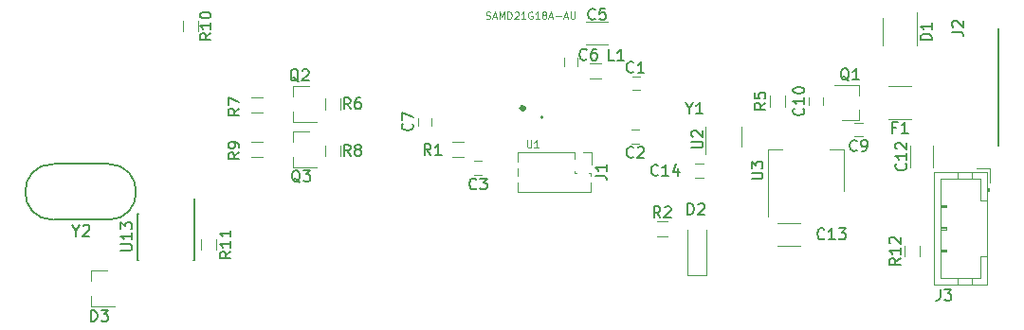
<source format=gto>
G04 #@! TF.FileFunction,Legend,Top*
%FSLAX46Y46*%
G04 Gerber Fmt 4.6, Leading zero omitted, Abs format (unit mm)*
G04 Created by KiCad (PCBNEW 4.0.7) date 07/26/19 17:10:30*
%MOMM*%
%LPD*%
G01*
G04 APERTURE LIST*
%ADD10C,0.100000*%
%ADD11C,0.120000*%
%ADD12C,0.170000*%
%ADD13C,0.400000*%
%ADD14C,0.150000*%
%ADD15C,0.050000*%
G04 APERTURE END LIST*
D10*
D11*
X163445000Y-80409500D02*
X164445000Y-80409500D01*
X164445000Y-81769500D02*
X163445000Y-81769500D01*
D12*
X159270000Y-85283000D02*
G75*
G03X159270000Y-85283000I-100000J0D01*
G01*
D13*
X157570000Y-84458000D02*
G75*
G03X157570000Y-84458000I-127000J0D01*
G01*
D11*
X186163000Y-88133000D02*
X184903000Y-88133000D01*
X179343000Y-88133000D02*
X180603000Y-88133000D01*
X186163000Y-91893000D02*
X186163000Y-88133000D01*
X179343000Y-94143000D02*
X179343000Y-88133000D01*
D14*
X128178000Y-93937000D02*
X128128000Y-93937000D01*
X128178000Y-98087000D02*
X128033000Y-98087000D01*
X123028000Y-98087000D02*
X123173000Y-98087000D01*
X123028000Y-93937000D02*
X123173000Y-93937000D01*
X128178000Y-93937000D02*
X128178000Y-98087000D01*
X123028000Y-93937000D02*
X123028000Y-98087000D01*
X128128000Y-93937000D02*
X128128000Y-92537000D01*
D11*
X189585000Y-76397000D02*
X189585000Y-78797000D01*
X192685000Y-78797000D02*
X192685000Y-75847000D01*
X163084000Y-78744000D02*
X165084000Y-78744000D01*
X165084000Y-76704000D02*
X163084000Y-76704000D01*
X192020000Y-87773000D02*
X192020000Y-89773000D01*
X194060000Y-89773000D02*
X194060000Y-87773000D01*
X180229000Y-96778000D02*
X182229000Y-96778000D01*
X182229000Y-94738000D02*
X180229000Y-94738000D01*
X172124000Y-99402000D02*
X173824000Y-99402000D01*
X173824000Y-99352000D02*
X173824000Y-95302000D01*
X172124000Y-99352000D02*
X172124000Y-95302000D01*
X118874000Y-99004000D02*
X118874000Y-99934000D01*
X118874000Y-102164000D02*
X118874000Y-101234000D01*
X118874000Y-102164000D02*
X121034000Y-102164000D01*
X118874000Y-99004000D02*
X120334000Y-99004000D01*
X192135000Y-85427000D02*
X190135000Y-85427000D01*
X190135000Y-82467000D02*
X192135000Y-82467000D01*
X157039000Y-88405000D02*
X157039000Y-89227470D01*
X157039000Y-91112530D02*
X157039000Y-91935000D01*
X157039000Y-89842530D02*
X157039000Y-90497470D01*
X162054000Y-88405000D02*
X157039000Y-88405000D01*
X163509000Y-91935000D02*
X157039000Y-91935000D01*
X162054000Y-88405000D02*
X162054000Y-88971529D01*
X162054000Y-90098471D02*
X162054000Y-90241529D01*
X162107471Y-90295000D02*
X162250529Y-90295000D01*
X163377471Y-90295000D02*
X163509000Y-90295000D01*
X163509000Y-90295000D02*
X163509000Y-90497470D01*
X163509000Y-91112530D02*
X163509000Y-91935000D01*
X162814000Y-88405000D02*
X163574000Y-88405000D01*
X163574000Y-88405000D02*
X163574000Y-89535000D01*
D14*
X199951000Y-87800000D02*
X199951000Y-77300000D01*
D11*
X187450000Y-85527000D02*
X187450000Y-84597000D01*
X187450000Y-82367000D02*
X187450000Y-83297000D01*
X187450000Y-82367000D02*
X185290000Y-82367000D01*
X187450000Y-85527000D02*
X185990000Y-85527000D01*
X136908000Y-82494000D02*
X136908000Y-83424000D01*
X136908000Y-85654000D02*
X136908000Y-84724000D01*
X136908000Y-85654000D02*
X139068000Y-85654000D01*
X136908000Y-82494000D02*
X138368000Y-82494000D01*
X136908000Y-86558000D02*
X136908000Y-87488000D01*
X136908000Y-89718000D02*
X136908000Y-88788000D01*
X136908000Y-89718000D02*
X139068000Y-89718000D01*
X136908000Y-86558000D02*
X138368000Y-86558000D01*
X176997000Y-87895000D02*
X176997000Y-86095000D01*
X173777000Y-86095000D02*
X173777000Y-88545000D01*
D14*
X115583000Y-94448000D02*
X120403000Y-94448000D01*
X115583000Y-89448000D02*
X120403000Y-89448000D01*
X120433000Y-94448000D02*
G75*
G03X120433000Y-89448000I0J2500000D01*
G01*
X115533000Y-89448000D02*
G75*
G03X115533000Y-94448000I0J-2500000D01*
G01*
D11*
X167226500Y-81632500D02*
X167926500Y-81632500D01*
X167926500Y-82832500D02*
X167226500Y-82832500D01*
X167175000Y-86395000D02*
X167875000Y-86395000D01*
X167875000Y-87595000D02*
X167175000Y-87595000D01*
X153129500Y-89189000D02*
X153829500Y-89189000D01*
X153829500Y-90389000D02*
X153129500Y-90389000D01*
X162334500Y-79965500D02*
X162334500Y-80665500D01*
X161134500Y-80665500D02*
X161134500Y-79965500D01*
X149317000Y-85311500D02*
X149317000Y-86011500D01*
X148117000Y-86011500D02*
X148117000Y-85311500D01*
X187102000Y-85760000D02*
X187802000Y-85760000D01*
X187802000Y-86960000D02*
X187102000Y-86960000D01*
X184242000Y-83470000D02*
X184242000Y-84170000D01*
X183042000Y-84170000D02*
X183042000Y-83470000D01*
X172878000Y-89443000D02*
X173578000Y-89443000D01*
X173578000Y-90643000D02*
X172878000Y-90643000D01*
X152150000Y-88818000D02*
X151150000Y-88818000D01*
X151150000Y-87458000D02*
X152150000Y-87458000D01*
X170414000Y-95930000D02*
X169414000Y-95930000D01*
X169414000Y-94570000D02*
X170414000Y-94570000D01*
X179533000Y-84320000D02*
X179533000Y-83320000D01*
X180893000Y-83320000D02*
X180893000Y-84320000D01*
X141142000Y-83574000D02*
X141142000Y-84574000D01*
X139782000Y-84574000D02*
X139782000Y-83574000D01*
X134231000Y-84881000D02*
X133231000Y-84881000D01*
X133231000Y-83521000D02*
X134231000Y-83521000D01*
X141142000Y-87765000D02*
X141142000Y-88765000D01*
X139782000Y-88765000D02*
X139782000Y-87765000D01*
X134231000Y-88818000D02*
X133231000Y-88818000D01*
X133231000Y-87458000D02*
X134231000Y-87458000D01*
X128442000Y-76589000D02*
X128442000Y-77589000D01*
X127082000Y-77589000D02*
X127082000Y-76589000D01*
X130093000Y-96147000D02*
X130093000Y-97147000D01*
X128733000Y-97147000D02*
X128733000Y-96147000D01*
X191570000Y-97750000D02*
X191570000Y-96750000D01*
X192930000Y-96750000D02*
X192930000Y-97750000D01*
X198904000Y-90152000D02*
X194204000Y-90152000D01*
X194204000Y-90152000D02*
X194204000Y-100252000D01*
X194204000Y-100252000D02*
X198904000Y-100252000D01*
X198904000Y-100252000D02*
X198904000Y-90152000D01*
X198904000Y-92702000D02*
X198304000Y-92702000D01*
X198304000Y-92702000D02*
X198304000Y-90752000D01*
X198304000Y-90752000D02*
X194804000Y-90752000D01*
X194804000Y-90752000D02*
X194804000Y-99652000D01*
X194804000Y-99652000D02*
X198304000Y-99652000D01*
X198304000Y-99652000D02*
X198304000Y-97702000D01*
X198304000Y-97702000D02*
X198904000Y-97702000D01*
X197604000Y-90152000D02*
X197604000Y-90752000D01*
X196304000Y-90152000D02*
X196304000Y-90752000D01*
X197604000Y-100252000D02*
X197604000Y-99652000D01*
X196304000Y-100252000D02*
X196304000Y-99652000D01*
X198904000Y-91902000D02*
X199104000Y-91902000D01*
X199104000Y-91902000D02*
X199104000Y-91602000D01*
X199104000Y-91602000D02*
X198904000Y-91602000D01*
X199004000Y-91902000D02*
X199004000Y-91602000D01*
X194804000Y-93102000D02*
X195304000Y-93102000D01*
X195304000Y-93102000D02*
X195304000Y-93302000D01*
X195304000Y-93302000D02*
X194804000Y-93302000D01*
X194804000Y-93202000D02*
X195304000Y-93202000D01*
X194804000Y-95102000D02*
X195304000Y-95102000D01*
X195304000Y-95102000D02*
X195304000Y-95302000D01*
X195304000Y-95302000D02*
X194804000Y-95302000D01*
X194804000Y-95202000D02*
X195304000Y-95202000D01*
X194804000Y-97102000D02*
X195304000Y-97102000D01*
X195304000Y-97102000D02*
X195304000Y-97302000D01*
X195304000Y-97302000D02*
X194804000Y-97302000D01*
X194804000Y-97202000D02*
X195304000Y-97202000D01*
X199204000Y-91102000D02*
X199204000Y-89852000D01*
X199204000Y-89852000D02*
X197954000Y-89852000D01*
D14*
X165631834Y-80208381D02*
X165155643Y-80208381D01*
X165155643Y-79208381D01*
X166488977Y-80208381D02*
X165917548Y-80208381D01*
X166203262Y-80208381D02*
X166203262Y-79208381D01*
X166108024Y-79351238D01*
X166012786Y-79446476D01*
X165917548Y-79494095D01*
D15*
X157847727Y-87338441D02*
X157847727Y-87857072D01*
X157878234Y-87918088D01*
X157908742Y-87948596D01*
X157969757Y-87979103D01*
X158091788Y-87979103D01*
X158152804Y-87948596D01*
X158183311Y-87918088D01*
X158213819Y-87857072D01*
X158213819Y-87338441D01*
X158854481Y-87979103D02*
X158488389Y-87979103D01*
X158671435Y-87979103D02*
X158671435Y-87338441D01*
X158610420Y-87429964D01*
X158549404Y-87490980D01*
X158488389Y-87521488D01*
X154192850Y-76422895D02*
X154284419Y-76453418D01*
X154437034Y-76453418D01*
X154498080Y-76422895D01*
X154528603Y-76392372D01*
X154559126Y-76331326D01*
X154559126Y-76270280D01*
X154528603Y-76209234D01*
X154498080Y-76178711D01*
X154437034Y-76148188D01*
X154314942Y-76117665D01*
X154253896Y-76087142D01*
X154223373Y-76056619D01*
X154192850Y-75995573D01*
X154192850Y-75934527D01*
X154223373Y-75873481D01*
X154253896Y-75842958D01*
X154314942Y-75812435D01*
X154467557Y-75812435D01*
X154559126Y-75842958D01*
X154803310Y-76270280D02*
X155108540Y-76270280D01*
X154742264Y-76453418D02*
X154955925Y-75812435D01*
X155169586Y-76453418D01*
X155383247Y-76453418D02*
X155383247Y-75812435D01*
X155596908Y-76270280D01*
X155810569Y-75812435D01*
X155810569Y-76453418D01*
X156115799Y-76453418D02*
X156115799Y-75812435D01*
X156268414Y-75812435D01*
X156359983Y-75842958D01*
X156421029Y-75904004D01*
X156451552Y-75965050D01*
X156482075Y-76087142D01*
X156482075Y-76178711D01*
X156451552Y-76300803D01*
X156421029Y-76361849D01*
X156359983Y-76422895D01*
X156268414Y-76453418D01*
X156115799Y-76453418D01*
X156726259Y-75873481D02*
X156756782Y-75842958D01*
X156817828Y-75812435D01*
X156970443Y-75812435D01*
X157031489Y-75842958D01*
X157062012Y-75873481D01*
X157092535Y-75934527D01*
X157092535Y-75995573D01*
X157062012Y-76087142D01*
X156695736Y-76453418D01*
X157092535Y-76453418D01*
X157702995Y-76453418D02*
X157336719Y-76453418D01*
X157519857Y-76453418D02*
X157519857Y-75812435D01*
X157458811Y-75904004D01*
X157397765Y-75965050D01*
X157336719Y-75995573D01*
X158313455Y-75842958D02*
X158252409Y-75812435D01*
X158160840Y-75812435D01*
X158069271Y-75842958D01*
X158008225Y-75904004D01*
X157977702Y-75965050D01*
X157947179Y-76087142D01*
X157947179Y-76178711D01*
X157977702Y-76300803D01*
X158008225Y-76361849D01*
X158069271Y-76422895D01*
X158160840Y-76453418D01*
X158221886Y-76453418D01*
X158313455Y-76422895D01*
X158343978Y-76392372D01*
X158343978Y-76178711D01*
X158221886Y-76178711D01*
X158954438Y-76453418D02*
X158588162Y-76453418D01*
X158771300Y-76453418D02*
X158771300Y-75812435D01*
X158710254Y-75904004D01*
X158649208Y-75965050D01*
X158588162Y-75995573D01*
X159320714Y-76087142D02*
X159259668Y-76056619D01*
X159229145Y-76026096D01*
X159198622Y-75965050D01*
X159198622Y-75934527D01*
X159229145Y-75873481D01*
X159259668Y-75842958D01*
X159320714Y-75812435D01*
X159442806Y-75812435D01*
X159503852Y-75842958D01*
X159534375Y-75873481D01*
X159564898Y-75934527D01*
X159564898Y-75965050D01*
X159534375Y-76026096D01*
X159503852Y-76056619D01*
X159442806Y-76087142D01*
X159320714Y-76087142D01*
X159259668Y-76117665D01*
X159229145Y-76148188D01*
X159198622Y-76209234D01*
X159198622Y-76331326D01*
X159229145Y-76392372D01*
X159259668Y-76422895D01*
X159320714Y-76453418D01*
X159442806Y-76453418D01*
X159503852Y-76422895D01*
X159534375Y-76392372D01*
X159564898Y-76331326D01*
X159564898Y-76209234D01*
X159534375Y-76148188D01*
X159503852Y-76117665D01*
X159442806Y-76087142D01*
X159809082Y-76270280D02*
X160114312Y-76270280D01*
X159748036Y-76453418D02*
X159961697Y-75812435D01*
X160175358Y-76453418D01*
X160389019Y-76209234D02*
X160877387Y-76209234D01*
X161152094Y-76270280D02*
X161457324Y-76270280D01*
X161091048Y-76453418D02*
X161304709Y-75812435D01*
X161518370Y-76453418D01*
X161732031Y-75812435D02*
X161732031Y-76331326D01*
X161762554Y-76392372D01*
X161793077Y-76422895D01*
X161854123Y-76453418D01*
X161976215Y-76453418D01*
X162037261Y-76422895D01*
X162067784Y-76392372D01*
X162098307Y-76331326D01*
X162098307Y-75812435D01*
D14*
X172333809Y-84474690D02*
X172333809Y-84950881D01*
X172000476Y-83950881D02*
X172333809Y-84474690D01*
X172667143Y-83950881D01*
X173524286Y-84950881D02*
X172952857Y-84950881D01*
X173238571Y-84950881D02*
X173238571Y-83950881D01*
X173143333Y-84093738D01*
X173048095Y-84188976D01*
X172952857Y-84236595D01*
X177887381Y-90804905D02*
X178696905Y-90804905D01*
X178792143Y-90757286D01*
X178839762Y-90709667D01*
X178887381Y-90614429D01*
X178887381Y-90423952D01*
X178839762Y-90328714D01*
X178792143Y-90281095D01*
X178696905Y-90233476D01*
X177887381Y-90233476D01*
X177887381Y-89852524D02*
X177887381Y-89233476D01*
X178268333Y-89566810D01*
X178268333Y-89423952D01*
X178315952Y-89328714D01*
X178363571Y-89281095D01*
X178458810Y-89233476D01*
X178696905Y-89233476D01*
X178792143Y-89281095D01*
X178839762Y-89328714D01*
X178887381Y-89423952D01*
X178887381Y-89709667D01*
X178839762Y-89804905D01*
X178792143Y-89852524D01*
X121562881Y-97186595D02*
X122372405Y-97186595D01*
X122467643Y-97138976D01*
X122515262Y-97091357D01*
X122562881Y-96996119D01*
X122562881Y-96805642D01*
X122515262Y-96710404D01*
X122467643Y-96662785D01*
X122372405Y-96615166D01*
X121562881Y-96615166D01*
X122562881Y-95615166D02*
X122562881Y-96186595D01*
X122562881Y-95900881D02*
X121562881Y-95900881D01*
X121705738Y-95996119D01*
X121800976Y-96091357D01*
X121848595Y-96186595D01*
X121562881Y-95281833D02*
X121562881Y-94662785D01*
X121943833Y-94996119D01*
X121943833Y-94853261D01*
X121991452Y-94758023D01*
X122039071Y-94710404D01*
X122134310Y-94662785D01*
X122372405Y-94662785D01*
X122467643Y-94710404D01*
X122515262Y-94758023D01*
X122562881Y-94853261D01*
X122562881Y-95138976D01*
X122515262Y-95234214D01*
X122467643Y-95281833D01*
X193967381Y-78355095D02*
X192967381Y-78355095D01*
X192967381Y-78117000D01*
X193015000Y-77974142D01*
X193110238Y-77878904D01*
X193205476Y-77831285D01*
X193395952Y-77783666D01*
X193538810Y-77783666D01*
X193729286Y-77831285D01*
X193824524Y-77878904D01*
X193919762Y-77974142D01*
X193967381Y-78117000D01*
X193967381Y-78355095D01*
X193967381Y-76831285D02*
X193967381Y-77402714D01*
X193967381Y-77117000D02*
X192967381Y-77117000D01*
X193110238Y-77212238D01*
X193205476Y-77307476D01*
X193253095Y-77402714D01*
X163917334Y-76430143D02*
X163869715Y-76477762D01*
X163726858Y-76525381D01*
X163631620Y-76525381D01*
X163488762Y-76477762D01*
X163393524Y-76382524D01*
X163345905Y-76287286D01*
X163298286Y-76096810D01*
X163298286Y-75953952D01*
X163345905Y-75763476D01*
X163393524Y-75668238D01*
X163488762Y-75573000D01*
X163631620Y-75525381D01*
X163726858Y-75525381D01*
X163869715Y-75573000D01*
X163917334Y-75620619D01*
X164822096Y-75525381D02*
X164345905Y-75525381D01*
X164298286Y-76001571D01*
X164345905Y-75953952D01*
X164441143Y-75906333D01*
X164679239Y-75906333D01*
X164774477Y-75953952D01*
X164822096Y-76001571D01*
X164869715Y-76096810D01*
X164869715Y-76334905D01*
X164822096Y-76430143D01*
X164774477Y-76477762D01*
X164679239Y-76525381D01*
X164441143Y-76525381D01*
X164345905Y-76477762D01*
X164298286Y-76430143D01*
X191647143Y-89415857D02*
X191694762Y-89463476D01*
X191742381Y-89606333D01*
X191742381Y-89701571D01*
X191694762Y-89844429D01*
X191599524Y-89939667D01*
X191504286Y-89987286D01*
X191313810Y-90034905D01*
X191170952Y-90034905D01*
X190980476Y-89987286D01*
X190885238Y-89939667D01*
X190790000Y-89844429D01*
X190742381Y-89701571D01*
X190742381Y-89606333D01*
X190790000Y-89463476D01*
X190837619Y-89415857D01*
X191742381Y-88463476D02*
X191742381Y-89034905D01*
X191742381Y-88749191D02*
X190742381Y-88749191D01*
X190885238Y-88844429D01*
X190980476Y-88939667D01*
X191028095Y-89034905D01*
X190837619Y-88082524D02*
X190790000Y-88034905D01*
X190742381Y-87939667D01*
X190742381Y-87701571D01*
X190790000Y-87606333D01*
X190837619Y-87558714D01*
X190932857Y-87511095D01*
X191028095Y-87511095D01*
X191170952Y-87558714D01*
X191742381Y-88130143D01*
X191742381Y-87511095D01*
X184396143Y-96115143D02*
X184348524Y-96162762D01*
X184205667Y-96210381D01*
X184110429Y-96210381D01*
X183967571Y-96162762D01*
X183872333Y-96067524D01*
X183824714Y-95972286D01*
X183777095Y-95781810D01*
X183777095Y-95638952D01*
X183824714Y-95448476D01*
X183872333Y-95353238D01*
X183967571Y-95258000D01*
X184110429Y-95210381D01*
X184205667Y-95210381D01*
X184348524Y-95258000D01*
X184396143Y-95305619D01*
X185348524Y-96210381D02*
X184777095Y-96210381D01*
X185062809Y-96210381D02*
X185062809Y-95210381D01*
X184967571Y-95353238D01*
X184872333Y-95448476D01*
X184777095Y-95496095D01*
X185681857Y-95210381D02*
X186300905Y-95210381D01*
X185967571Y-95591333D01*
X186110429Y-95591333D01*
X186205667Y-95638952D01*
X186253286Y-95686571D01*
X186300905Y-95781810D01*
X186300905Y-96019905D01*
X186253286Y-96115143D01*
X186205667Y-96162762D01*
X186110429Y-96210381D01*
X185824714Y-96210381D01*
X185729476Y-96162762D01*
X185681857Y-96115143D01*
X172172405Y-93987881D02*
X172172405Y-92987881D01*
X172410500Y-92987881D01*
X172553358Y-93035500D01*
X172648596Y-93130738D01*
X172696215Y-93225976D01*
X172743834Y-93416452D01*
X172743834Y-93559310D01*
X172696215Y-93749786D01*
X172648596Y-93845024D01*
X172553358Y-93940262D01*
X172410500Y-93987881D01*
X172172405Y-93987881D01*
X173124786Y-93083119D02*
X173172405Y-93035500D01*
X173267643Y-92987881D01*
X173505739Y-92987881D01*
X173600977Y-93035500D01*
X173648596Y-93083119D01*
X173696215Y-93178357D01*
X173696215Y-93273595D01*
X173648596Y-93416452D01*
X173077167Y-93987881D01*
X173696215Y-93987881D01*
X118895905Y-103536381D02*
X118895905Y-102536381D01*
X119134000Y-102536381D01*
X119276858Y-102584000D01*
X119372096Y-102679238D01*
X119419715Y-102774476D01*
X119467334Y-102964952D01*
X119467334Y-103107810D01*
X119419715Y-103298286D01*
X119372096Y-103393524D01*
X119276858Y-103488762D01*
X119134000Y-103536381D01*
X118895905Y-103536381D01*
X119800667Y-102536381D02*
X120419715Y-102536381D01*
X120086381Y-102917333D01*
X120229239Y-102917333D01*
X120324477Y-102964952D01*
X120372096Y-103012571D01*
X120419715Y-103107810D01*
X120419715Y-103345905D01*
X120372096Y-103441143D01*
X120324477Y-103488762D01*
X120229239Y-103536381D01*
X119943524Y-103536381D01*
X119848286Y-103488762D01*
X119800667Y-103441143D01*
X190801667Y-86161571D02*
X190468333Y-86161571D01*
X190468333Y-86685381D02*
X190468333Y-85685381D01*
X190944524Y-85685381D01*
X191849286Y-86685381D02*
X191277857Y-86685381D01*
X191563571Y-86685381D02*
X191563571Y-85685381D01*
X191468333Y-85828238D01*
X191373095Y-85923476D01*
X191277857Y-85971095D01*
X163961381Y-90503333D02*
X164675667Y-90503333D01*
X164818524Y-90550953D01*
X164913762Y-90646191D01*
X164961381Y-90789048D01*
X164961381Y-90884286D01*
X164961381Y-89503333D02*
X164961381Y-90074762D01*
X164961381Y-89789048D02*
X163961381Y-89789048D01*
X164104238Y-89884286D01*
X164199476Y-89979524D01*
X164247095Y-90074762D01*
X195794381Y-77612833D02*
X196508667Y-77612833D01*
X196651524Y-77660453D01*
X196746762Y-77755691D01*
X196794381Y-77898548D01*
X196794381Y-77993786D01*
X195889619Y-77184262D02*
X195842000Y-77136643D01*
X195794381Y-77041405D01*
X195794381Y-76803309D01*
X195842000Y-76708071D01*
X195889619Y-76660452D01*
X195984857Y-76612833D01*
X196080095Y-76612833D01*
X196222952Y-76660452D01*
X196794381Y-77231881D01*
X196794381Y-76612833D01*
X186594762Y-81994619D02*
X186499524Y-81947000D01*
X186404286Y-81851762D01*
X186261429Y-81708905D01*
X186166190Y-81661286D01*
X186070952Y-81661286D01*
X186118571Y-81899381D02*
X186023333Y-81851762D01*
X185928095Y-81756524D01*
X185880476Y-81566048D01*
X185880476Y-81232714D01*
X185928095Y-81042238D01*
X186023333Y-80947000D01*
X186118571Y-80899381D01*
X186309048Y-80899381D01*
X186404286Y-80947000D01*
X186499524Y-81042238D01*
X186547143Y-81232714D01*
X186547143Y-81566048D01*
X186499524Y-81756524D01*
X186404286Y-81851762D01*
X186309048Y-81899381D01*
X186118571Y-81899381D01*
X187499524Y-81899381D02*
X186928095Y-81899381D01*
X187213809Y-81899381D02*
X187213809Y-80899381D01*
X187118571Y-81042238D01*
X187023333Y-81137476D01*
X186928095Y-81185095D01*
X137445762Y-82081619D02*
X137350524Y-82034000D01*
X137255286Y-81938762D01*
X137112429Y-81795905D01*
X137017190Y-81748286D01*
X136921952Y-81748286D01*
X136969571Y-81986381D02*
X136874333Y-81938762D01*
X136779095Y-81843524D01*
X136731476Y-81653048D01*
X136731476Y-81319714D01*
X136779095Y-81129238D01*
X136874333Y-81034000D01*
X136969571Y-80986381D01*
X137160048Y-80986381D01*
X137255286Y-81034000D01*
X137350524Y-81129238D01*
X137398143Y-81319714D01*
X137398143Y-81653048D01*
X137350524Y-81843524D01*
X137255286Y-81938762D01*
X137160048Y-81986381D01*
X136969571Y-81986381D01*
X137779095Y-81081619D02*
X137826714Y-81034000D01*
X137921952Y-80986381D01*
X138160048Y-80986381D01*
X138255286Y-81034000D01*
X138302905Y-81081619D01*
X138350524Y-81176857D01*
X138350524Y-81272095D01*
X138302905Y-81414952D01*
X137731476Y-81986381D01*
X138350524Y-81986381D01*
X137572762Y-91098619D02*
X137477524Y-91051000D01*
X137382286Y-90955762D01*
X137239429Y-90812905D01*
X137144190Y-90765286D01*
X137048952Y-90765286D01*
X137096571Y-91003381D02*
X137001333Y-90955762D01*
X136906095Y-90860524D01*
X136858476Y-90670048D01*
X136858476Y-90336714D01*
X136906095Y-90146238D01*
X137001333Y-90051000D01*
X137096571Y-90003381D01*
X137287048Y-90003381D01*
X137382286Y-90051000D01*
X137477524Y-90146238D01*
X137525143Y-90336714D01*
X137525143Y-90670048D01*
X137477524Y-90860524D01*
X137382286Y-90955762D01*
X137287048Y-91003381D01*
X137096571Y-91003381D01*
X137858476Y-90003381D02*
X138477524Y-90003381D01*
X138144190Y-90384333D01*
X138287048Y-90384333D01*
X138382286Y-90431952D01*
X138429905Y-90479571D01*
X138477524Y-90574810D01*
X138477524Y-90812905D01*
X138429905Y-90908143D01*
X138382286Y-90955762D01*
X138287048Y-91003381D01*
X138001333Y-91003381D01*
X137906095Y-90955762D01*
X137858476Y-90908143D01*
X172539381Y-88006905D02*
X173348905Y-88006905D01*
X173444143Y-87959286D01*
X173491762Y-87911667D01*
X173539381Y-87816429D01*
X173539381Y-87625952D01*
X173491762Y-87530714D01*
X173444143Y-87483095D01*
X173348905Y-87435476D01*
X172539381Y-87435476D01*
X172634619Y-87006905D02*
X172587000Y-86959286D01*
X172539381Y-86864048D01*
X172539381Y-86625952D01*
X172587000Y-86530714D01*
X172634619Y-86483095D01*
X172729857Y-86435476D01*
X172825095Y-86435476D01*
X172967952Y-86483095D01*
X173539381Y-87054524D01*
X173539381Y-86435476D01*
X117570309Y-95416690D02*
X117570309Y-95892881D01*
X117236976Y-94892881D02*
X117570309Y-95416690D01*
X117903643Y-94892881D01*
X118189357Y-94988119D02*
X118236976Y-94940500D01*
X118332214Y-94892881D01*
X118570310Y-94892881D01*
X118665548Y-94940500D01*
X118713167Y-94988119D01*
X118760786Y-95083357D01*
X118760786Y-95178595D01*
X118713167Y-95321452D01*
X118141738Y-95892881D01*
X118760786Y-95892881D01*
X167346334Y-81192643D02*
X167298715Y-81240262D01*
X167155858Y-81287881D01*
X167060620Y-81287881D01*
X166917762Y-81240262D01*
X166822524Y-81145024D01*
X166774905Y-81049786D01*
X166727286Y-80859310D01*
X166727286Y-80716452D01*
X166774905Y-80525976D01*
X166822524Y-80430738D01*
X166917762Y-80335500D01*
X167060620Y-80287881D01*
X167155858Y-80287881D01*
X167298715Y-80335500D01*
X167346334Y-80383119D01*
X168298715Y-81287881D02*
X167727286Y-81287881D01*
X168013000Y-81287881D02*
X168013000Y-80287881D01*
X167917762Y-80430738D01*
X167822524Y-80525976D01*
X167727286Y-80573595D01*
X167346334Y-88812643D02*
X167298715Y-88860262D01*
X167155858Y-88907881D01*
X167060620Y-88907881D01*
X166917762Y-88860262D01*
X166822524Y-88765024D01*
X166774905Y-88669786D01*
X166727286Y-88479310D01*
X166727286Y-88336452D01*
X166774905Y-88145976D01*
X166822524Y-88050738D01*
X166917762Y-87955500D01*
X167060620Y-87907881D01*
X167155858Y-87907881D01*
X167298715Y-87955500D01*
X167346334Y-88003119D01*
X167727286Y-88003119D02*
X167774905Y-87955500D01*
X167870143Y-87907881D01*
X168108239Y-87907881D01*
X168203477Y-87955500D01*
X168251096Y-88003119D01*
X168298715Y-88098357D01*
X168298715Y-88193595D01*
X168251096Y-88336452D01*
X167679667Y-88907881D01*
X168298715Y-88907881D01*
X153312834Y-91646143D02*
X153265215Y-91693762D01*
X153122358Y-91741381D01*
X153027120Y-91741381D01*
X152884262Y-91693762D01*
X152789024Y-91598524D01*
X152741405Y-91503286D01*
X152693786Y-91312810D01*
X152693786Y-91169952D01*
X152741405Y-90979476D01*
X152789024Y-90884238D01*
X152884262Y-90789000D01*
X153027120Y-90741381D01*
X153122358Y-90741381D01*
X153265215Y-90789000D01*
X153312834Y-90836619D01*
X153646167Y-90741381D02*
X154265215Y-90741381D01*
X153931881Y-91122333D01*
X154074739Y-91122333D01*
X154169977Y-91169952D01*
X154217596Y-91217571D01*
X154265215Y-91312810D01*
X154265215Y-91550905D01*
X154217596Y-91646143D01*
X154169977Y-91693762D01*
X154074739Y-91741381D01*
X153789024Y-91741381D01*
X153693786Y-91693762D01*
X153646167Y-91646143D01*
X163155334Y-80049643D02*
X163107715Y-80097262D01*
X162964858Y-80144881D01*
X162869620Y-80144881D01*
X162726762Y-80097262D01*
X162631524Y-80002024D01*
X162583905Y-79906786D01*
X162536286Y-79716310D01*
X162536286Y-79573452D01*
X162583905Y-79382976D01*
X162631524Y-79287738D01*
X162726762Y-79192500D01*
X162869620Y-79144881D01*
X162964858Y-79144881D01*
X163107715Y-79192500D01*
X163155334Y-79240119D01*
X164012477Y-79144881D02*
X163822000Y-79144881D01*
X163726762Y-79192500D01*
X163679143Y-79240119D01*
X163583905Y-79382976D01*
X163536286Y-79573452D01*
X163536286Y-79954405D01*
X163583905Y-80049643D01*
X163631524Y-80097262D01*
X163726762Y-80144881D01*
X163917239Y-80144881D01*
X164012477Y-80097262D01*
X164060096Y-80049643D01*
X164107715Y-79954405D01*
X164107715Y-79716310D01*
X164060096Y-79621071D01*
X164012477Y-79573452D01*
X163917239Y-79525833D01*
X163726762Y-79525833D01*
X163631524Y-79573452D01*
X163583905Y-79621071D01*
X163536286Y-79716310D01*
X147574143Y-85828166D02*
X147621762Y-85875785D01*
X147669381Y-86018642D01*
X147669381Y-86113880D01*
X147621762Y-86256738D01*
X147526524Y-86351976D01*
X147431286Y-86399595D01*
X147240810Y-86447214D01*
X147097952Y-86447214D01*
X146907476Y-86399595D01*
X146812238Y-86351976D01*
X146717000Y-86256738D01*
X146669381Y-86113880D01*
X146669381Y-86018642D01*
X146717000Y-85875785D01*
X146764619Y-85828166D01*
X146669381Y-85494833D02*
X146669381Y-84828166D01*
X147669381Y-85256738D01*
X187285334Y-88217143D02*
X187237715Y-88264762D01*
X187094858Y-88312381D01*
X186999620Y-88312381D01*
X186856762Y-88264762D01*
X186761524Y-88169524D01*
X186713905Y-88074286D01*
X186666286Y-87883810D01*
X186666286Y-87740952D01*
X186713905Y-87550476D01*
X186761524Y-87455238D01*
X186856762Y-87360000D01*
X186999620Y-87312381D01*
X187094858Y-87312381D01*
X187237715Y-87360000D01*
X187285334Y-87407619D01*
X187761524Y-88312381D02*
X187952000Y-88312381D01*
X188047239Y-88264762D01*
X188094858Y-88217143D01*
X188190096Y-88074286D01*
X188237715Y-87883810D01*
X188237715Y-87502857D01*
X188190096Y-87407619D01*
X188142477Y-87360000D01*
X188047239Y-87312381D01*
X187856762Y-87312381D01*
X187761524Y-87360000D01*
X187713905Y-87407619D01*
X187666286Y-87502857D01*
X187666286Y-87740952D01*
X187713905Y-87836190D01*
X187761524Y-87883810D01*
X187856762Y-87931429D01*
X188047239Y-87931429D01*
X188142477Y-87883810D01*
X188190096Y-87836190D01*
X188237715Y-87740952D01*
X182499143Y-84462857D02*
X182546762Y-84510476D01*
X182594381Y-84653333D01*
X182594381Y-84748571D01*
X182546762Y-84891429D01*
X182451524Y-84986667D01*
X182356286Y-85034286D01*
X182165810Y-85081905D01*
X182022952Y-85081905D01*
X181832476Y-85034286D01*
X181737238Y-84986667D01*
X181642000Y-84891429D01*
X181594381Y-84748571D01*
X181594381Y-84653333D01*
X181642000Y-84510476D01*
X181689619Y-84462857D01*
X182594381Y-83510476D02*
X182594381Y-84081905D01*
X182594381Y-83796191D02*
X181594381Y-83796191D01*
X181737238Y-83891429D01*
X181832476Y-83986667D01*
X181880095Y-84081905D01*
X181594381Y-82891429D02*
X181594381Y-82796190D01*
X181642000Y-82700952D01*
X181689619Y-82653333D01*
X181784857Y-82605714D01*
X181975333Y-82558095D01*
X182213429Y-82558095D01*
X182403905Y-82605714D01*
X182499143Y-82653333D01*
X182546762Y-82700952D01*
X182594381Y-82796190D01*
X182594381Y-82891429D01*
X182546762Y-82986667D01*
X182499143Y-83034286D01*
X182403905Y-83081905D01*
X182213429Y-83129524D01*
X181975333Y-83129524D01*
X181784857Y-83081905D01*
X181689619Y-83034286D01*
X181642000Y-82986667D01*
X181594381Y-82891429D01*
X169537143Y-90400143D02*
X169489524Y-90447762D01*
X169346667Y-90495381D01*
X169251429Y-90495381D01*
X169108571Y-90447762D01*
X169013333Y-90352524D01*
X168965714Y-90257286D01*
X168918095Y-90066810D01*
X168918095Y-89923952D01*
X168965714Y-89733476D01*
X169013333Y-89638238D01*
X169108571Y-89543000D01*
X169251429Y-89495381D01*
X169346667Y-89495381D01*
X169489524Y-89543000D01*
X169537143Y-89590619D01*
X170489524Y-90495381D02*
X169918095Y-90495381D01*
X170203809Y-90495381D02*
X170203809Y-89495381D01*
X170108571Y-89638238D01*
X170013333Y-89733476D01*
X169918095Y-89781095D01*
X171346667Y-89828714D02*
X171346667Y-90495381D01*
X171108571Y-89447762D02*
X170870476Y-90162048D01*
X171489524Y-90162048D01*
X149248834Y-88653881D02*
X148915500Y-88177690D01*
X148677405Y-88653881D02*
X148677405Y-87653881D01*
X149058358Y-87653881D01*
X149153596Y-87701500D01*
X149201215Y-87749119D01*
X149248834Y-87844357D01*
X149248834Y-87987214D01*
X149201215Y-88082452D01*
X149153596Y-88130071D01*
X149058358Y-88177690D01*
X148677405Y-88177690D01*
X150201215Y-88653881D02*
X149629786Y-88653881D01*
X149915500Y-88653881D02*
X149915500Y-87653881D01*
X149820262Y-87796738D01*
X149725024Y-87891976D01*
X149629786Y-87939595D01*
X169747334Y-94252381D02*
X169414000Y-93776190D01*
X169175905Y-94252381D02*
X169175905Y-93252381D01*
X169556858Y-93252381D01*
X169652096Y-93300000D01*
X169699715Y-93347619D01*
X169747334Y-93442857D01*
X169747334Y-93585714D01*
X169699715Y-93680952D01*
X169652096Y-93728571D01*
X169556858Y-93776190D01*
X169175905Y-93776190D01*
X170128286Y-93347619D02*
X170175905Y-93300000D01*
X170271143Y-93252381D01*
X170509239Y-93252381D01*
X170604477Y-93300000D01*
X170652096Y-93347619D01*
X170699715Y-93442857D01*
X170699715Y-93538095D01*
X170652096Y-93680952D01*
X170080667Y-94252381D01*
X170699715Y-94252381D01*
X179141381Y-83986666D02*
X178665190Y-84320000D01*
X179141381Y-84558095D02*
X178141381Y-84558095D01*
X178141381Y-84177142D01*
X178189000Y-84081904D01*
X178236619Y-84034285D01*
X178331857Y-83986666D01*
X178474714Y-83986666D01*
X178569952Y-84034285D01*
X178617571Y-84081904D01*
X178665190Y-84177142D01*
X178665190Y-84558095D01*
X178141381Y-83081904D02*
X178141381Y-83558095D01*
X178617571Y-83605714D01*
X178569952Y-83558095D01*
X178522333Y-83462857D01*
X178522333Y-83224761D01*
X178569952Y-83129523D01*
X178617571Y-83081904D01*
X178712810Y-83034285D01*
X178950905Y-83034285D01*
X179046143Y-83081904D01*
X179093762Y-83129523D01*
X179141381Y-83224761D01*
X179141381Y-83462857D01*
X179093762Y-83558095D01*
X179046143Y-83605714D01*
X142073334Y-84526381D02*
X141740000Y-84050190D01*
X141501905Y-84526381D02*
X141501905Y-83526381D01*
X141882858Y-83526381D01*
X141978096Y-83574000D01*
X142025715Y-83621619D01*
X142073334Y-83716857D01*
X142073334Y-83859714D01*
X142025715Y-83954952D01*
X141978096Y-84002571D01*
X141882858Y-84050190D01*
X141501905Y-84050190D01*
X142930477Y-83526381D02*
X142740000Y-83526381D01*
X142644762Y-83574000D01*
X142597143Y-83621619D01*
X142501905Y-83764476D01*
X142454286Y-83954952D01*
X142454286Y-84335905D01*
X142501905Y-84431143D01*
X142549524Y-84478762D01*
X142644762Y-84526381D01*
X142835239Y-84526381D01*
X142930477Y-84478762D01*
X142978096Y-84431143D01*
X143025715Y-84335905D01*
X143025715Y-84097810D01*
X142978096Y-84002571D01*
X142930477Y-83954952D01*
X142835239Y-83907333D01*
X142644762Y-83907333D01*
X142549524Y-83954952D01*
X142501905Y-84002571D01*
X142454286Y-84097810D01*
X132151381Y-84494666D02*
X131675190Y-84828000D01*
X132151381Y-85066095D02*
X131151381Y-85066095D01*
X131151381Y-84685142D01*
X131199000Y-84589904D01*
X131246619Y-84542285D01*
X131341857Y-84494666D01*
X131484714Y-84494666D01*
X131579952Y-84542285D01*
X131627571Y-84589904D01*
X131675190Y-84685142D01*
X131675190Y-85066095D01*
X131151381Y-84161333D02*
X131151381Y-83494666D01*
X132151381Y-83923238D01*
X142073334Y-88717381D02*
X141740000Y-88241190D01*
X141501905Y-88717381D02*
X141501905Y-87717381D01*
X141882858Y-87717381D01*
X141978096Y-87765000D01*
X142025715Y-87812619D01*
X142073334Y-87907857D01*
X142073334Y-88050714D01*
X142025715Y-88145952D01*
X141978096Y-88193571D01*
X141882858Y-88241190D01*
X141501905Y-88241190D01*
X142644762Y-88145952D02*
X142549524Y-88098333D01*
X142501905Y-88050714D01*
X142454286Y-87955476D01*
X142454286Y-87907857D01*
X142501905Y-87812619D01*
X142549524Y-87765000D01*
X142644762Y-87717381D01*
X142835239Y-87717381D01*
X142930477Y-87765000D01*
X142978096Y-87812619D01*
X143025715Y-87907857D01*
X143025715Y-87955476D01*
X142978096Y-88050714D01*
X142930477Y-88098333D01*
X142835239Y-88145952D01*
X142644762Y-88145952D01*
X142549524Y-88193571D01*
X142501905Y-88241190D01*
X142454286Y-88336429D01*
X142454286Y-88526905D01*
X142501905Y-88622143D01*
X142549524Y-88669762D01*
X142644762Y-88717381D01*
X142835239Y-88717381D01*
X142930477Y-88669762D01*
X142978096Y-88622143D01*
X143025715Y-88526905D01*
X143025715Y-88336429D01*
X142978096Y-88241190D01*
X142930477Y-88193571D01*
X142835239Y-88145952D01*
X132151381Y-88431666D02*
X131675190Y-88765000D01*
X132151381Y-89003095D02*
X131151381Y-89003095D01*
X131151381Y-88622142D01*
X131199000Y-88526904D01*
X131246619Y-88479285D01*
X131341857Y-88431666D01*
X131484714Y-88431666D01*
X131579952Y-88479285D01*
X131627571Y-88526904D01*
X131675190Y-88622142D01*
X131675190Y-89003095D01*
X132151381Y-87955476D02*
X132151381Y-87765000D01*
X132103762Y-87669761D01*
X132056143Y-87622142D01*
X131913286Y-87526904D01*
X131722810Y-87479285D01*
X131341857Y-87479285D01*
X131246619Y-87526904D01*
X131199000Y-87574523D01*
X131151381Y-87669761D01*
X131151381Y-87860238D01*
X131199000Y-87955476D01*
X131246619Y-88003095D01*
X131341857Y-88050714D01*
X131579952Y-88050714D01*
X131675190Y-88003095D01*
X131722810Y-87955476D01*
X131770429Y-87860238D01*
X131770429Y-87669761D01*
X131722810Y-87574523D01*
X131675190Y-87526904D01*
X131579952Y-87479285D01*
X129611381Y-77731857D02*
X129135190Y-78065191D01*
X129611381Y-78303286D02*
X128611381Y-78303286D01*
X128611381Y-77922333D01*
X128659000Y-77827095D01*
X128706619Y-77779476D01*
X128801857Y-77731857D01*
X128944714Y-77731857D01*
X129039952Y-77779476D01*
X129087571Y-77827095D01*
X129135190Y-77922333D01*
X129135190Y-78303286D01*
X129611381Y-76779476D02*
X129611381Y-77350905D01*
X129611381Y-77065191D02*
X128611381Y-77065191D01*
X128754238Y-77160429D01*
X128849476Y-77255667D01*
X128897095Y-77350905D01*
X128611381Y-76160429D02*
X128611381Y-76065190D01*
X128659000Y-75969952D01*
X128706619Y-75922333D01*
X128801857Y-75874714D01*
X128992333Y-75827095D01*
X129230429Y-75827095D01*
X129420905Y-75874714D01*
X129516143Y-75922333D01*
X129563762Y-75969952D01*
X129611381Y-76065190D01*
X129611381Y-76160429D01*
X129563762Y-76255667D01*
X129516143Y-76303286D01*
X129420905Y-76350905D01*
X129230429Y-76398524D01*
X128992333Y-76398524D01*
X128801857Y-76350905D01*
X128706619Y-76303286D01*
X128659000Y-76255667D01*
X128611381Y-76160429D01*
X131389381Y-97289857D02*
X130913190Y-97623191D01*
X131389381Y-97861286D02*
X130389381Y-97861286D01*
X130389381Y-97480333D01*
X130437000Y-97385095D01*
X130484619Y-97337476D01*
X130579857Y-97289857D01*
X130722714Y-97289857D01*
X130817952Y-97337476D01*
X130865571Y-97385095D01*
X130913190Y-97480333D01*
X130913190Y-97861286D01*
X131389381Y-96337476D02*
X131389381Y-96908905D01*
X131389381Y-96623191D02*
X130389381Y-96623191D01*
X130532238Y-96718429D01*
X130627476Y-96813667D01*
X130675095Y-96908905D01*
X131389381Y-95385095D02*
X131389381Y-95956524D01*
X131389381Y-95670810D02*
X130389381Y-95670810D01*
X130532238Y-95766048D01*
X130627476Y-95861286D01*
X130675095Y-95956524D01*
X191178381Y-97892857D02*
X190702190Y-98226191D01*
X191178381Y-98464286D02*
X190178381Y-98464286D01*
X190178381Y-98083333D01*
X190226000Y-97988095D01*
X190273619Y-97940476D01*
X190368857Y-97892857D01*
X190511714Y-97892857D01*
X190606952Y-97940476D01*
X190654571Y-97988095D01*
X190702190Y-98083333D01*
X190702190Y-98464286D01*
X191178381Y-96940476D02*
X191178381Y-97511905D01*
X191178381Y-97226191D02*
X190178381Y-97226191D01*
X190321238Y-97321429D01*
X190416476Y-97416667D01*
X190464095Y-97511905D01*
X190273619Y-96559524D02*
X190226000Y-96511905D01*
X190178381Y-96416667D01*
X190178381Y-96178571D01*
X190226000Y-96083333D01*
X190273619Y-96035714D01*
X190368857Y-95988095D01*
X190464095Y-95988095D01*
X190606952Y-96035714D01*
X191178381Y-96607143D01*
X191178381Y-95988095D01*
X194738667Y-100671381D02*
X194738667Y-101385667D01*
X194691047Y-101528524D01*
X194595809Y-101623762D01*
X194452952Y-101671381D01*
X194357714Y-101671381D01*
X195119619Y-100671381D02*
X195738667Y-100671381D01*
X195405333Y-101052333D01*
X195548191Y-101052333D01*
X195643429Y-101099952D01*
X195691048Y-101147571D01*
X195738667Y-101242810D01*
X195738667Y-101480905D01*
X195691048Y-101576143D01*
X195643429Y-101623762D01*
X195548191Y-101671381D01*
X195262476Y-101671381D01*
X195167238Y-101623762D01*
X195119619Y-101576143D01*
M02*

</source>
